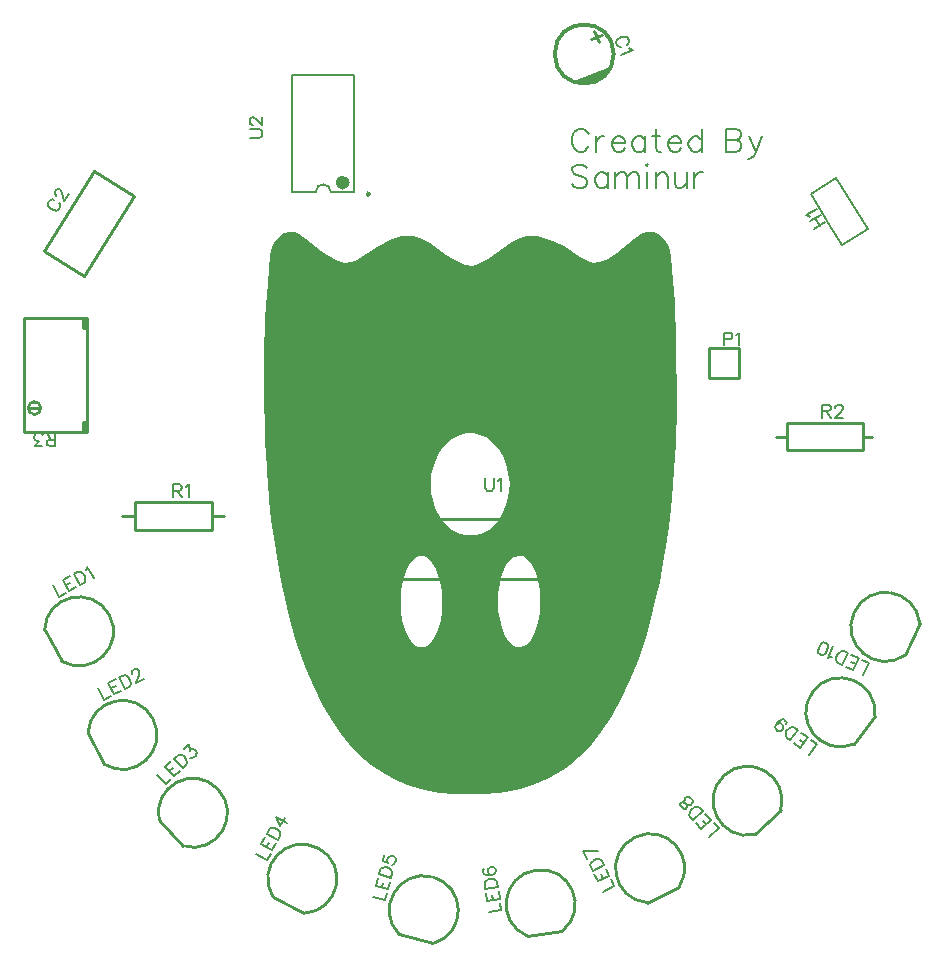
<source format=gto>
G04 Layer: TopSilkscreenLayer*
G04 EasyEDA v6.5.51, 2025-11-11 21:27:02*
G04 2e57b4fab426491ebcaac77955a750c1,69688592e0df400aafdf5843d4e091a6,10*
G04 Gerber Generator version 0.2*
G04 Scale: 100 percent, Rotated: No, Reflected: No *
G04 Dimensions in millimeters *
G04 leading zeros omitted , absolute positions ,4 integer and 5 decimal *
%FSLAX45Y45*%
%MOMM*%

%ADD10C,0.2032*%
%ADD11C,0.1524*%
%ADD12C,0.2540*%
%ADD13C,0.2030*%
%ADD14C,0.2286*%
%ADD15C,0.2000*%
%ADD16C,0.2500*%
%ADD17C,0.6000*%
%ADD18C,0.0134*%
%ADD19C,0.3000*%

%LPD*%
G36*
X2959557Y6521602D02*
G01*
X2904032Y6507378D01*
X2869031Y6485280D01*
X2832709Y6443980D01*
X2804617Y6391351D01*
X2785770Y6323279D01*
X2767380Y6091783D01*
X2749956Y5787644D01*
X2739796Y5465318D01*
X2733598Y5211114D01*
X2748838Y4752594D01*
X2758948Y4530191D01*
X2772410Y4348581D01*
X2775972Y4312259D01*
X4154474Y4312259D01*
X4154982Y4462068D01*
X4175201Y4543806D01*
X4192981Y4591507D01*
X4221581Y4648200D01*
X4255820Y4698695D01*
X4328058Y4766614D01*
X4395114Y4800193D01*
X4449216Y4813909D01*
X4513122Y4813757D01*
X4567580Y4800854D01*
X4612995Y4780940D01*
X4667453Y4742383D01*
X4714595Y4692446D01*
X4757572Y4626000D01*
X4786630Y4557166D01*
X4806238Y4480255D01*
X4816348Y4382719D01*
X4805934Y4279900D01*
X4787087Y4207865D01*
X4761026Y4145686D01*
X4722876Y4080764D01*
X4640224Y3998874D01*
X4575556Y3965092D01*
X4526737Y3951986D01*
X4444644Y3951376D01*
X4392828Y3964889D01*
X4330141Y3996486D01*
X4276750Y4040886D01*
X4225391Y4107992D01*
X4189171Y4180636D01*
X4167124Y4248708D01*
X4154474Y4312259D01*
X2775972Y4312259D01*
X2781706Y4253280D01*
X2799842Y4085285D01*
X2827172Y3881018D01*
X2854147Y3713073D01*
X2881934Y3563264D01*
X2922574Y3377133D01*
X2940710Y3304489D01*
X3895851Y3304489D01*
X3896258Y3477006D01*
X3912412Y3567785D01*
X3944365Y3664915D01*
X3977436Y3721201D01*
X4014927Y3759911D01*
X4045559Y3776167D01*
X4095496Y3776167D01*
X4126128Y3759911D01*
X4163568Y3721201D01*
X4196689Y3664915D01*
X4228642Y3567785D01*
X4244797Y3477006D01*
X4244840Y3458819D01*
X4722164Y3458819D01*
X4733696Y3538931D01*
X4756404Y3626815D01*
X4798060Y3712819D01*
X4853584Y3768140D01*
X4895799Y3779824D01*
X4926228Y3773474D01*
X4964988Y3751173D01*
X5002580Y3703980D01*
X5036566Y3631336D01*
X5055108Y3567785D01*
X5071313Y3486099D01*
X5071160Y3295396D01*
X5055158Y3210509D01*
X5031994Y3136544D01*
X4995418Y3065830D01*
X4955743Y3021736D01*
X4917135Y3002635D01*
X4882794Y3002635D01*
X4851349Y3015792D01*
X4819497Y3040024D01*
X4779060Y3100882D01*
X4752136Y3168294D01*
X4733950Y3240938D01*
X4722672Y3313582D01*
X4722164Y3458819D01*
X4244840Y3458819D01*
X4245203Y3304489D01*
X4233265Y3236417D01*
X4211370Y3152140D01*
X4179265Y3082645D01*
X4143197Y3034893D01*
X4104538Y3008274D01*
X4086402Y3003143D01*
X4039108Y3006445D01*
X3997807Y3034893D01*
X3961790Y3082645D01*
X3929634Y3152140D01*
X3907790Y3236417D01*
X3895851Y3304489D01*
X2940710Y3304489D01*
X2958795Y3231845D01*
X2995218Y3104743D01*
X3035706Y2976270D01*
X3094177Y2816352D01*
X3158744Y2664409D01*
X3237280Y2506167D01*
X3319221Y2369007D01*
X3389274Y2269337D01*
X3457244Y2184247D01*
X3541674Y2092960D01*
X3641547Y2007362D01*
X3761994Y1927402D01*
X3868521Y1873300D01*
X3976268Y1830882D01*
X4100017Y1795627D01*
X4220413Y1772412D01*
X4362500Y1758797D01*
X4594860Y1760118D01*
X4724146Y1767179D01*
X4826355Y1786585D01*
X4935321Y1813966D01*
X5035194Y1846173D01*
X5130495Y1886762D01*
X5207660Y1928368D01*
X5266690Y1964994D01*
X5330240Y2010308D01*
X5407406Y2075484D01*
X5512460Y2183231D01*
X5591911Y2283104D01*
X5685434Y2423820D01*
X5763971Y2565146D01*
X5840018Y2727960D01*
X5908395Y2900476D01*
X5967831Y3078937D01*
X6017818Y3255264D01*
X6059322Y3427069D01*
X6086602Y3554171D01*
X6117590Y3717594D01*
X6140246Y3858310D01*
X6162852Y4021734D01*
X6181191Y4176115D01*
X6199225Y4375810D01*
X6208522Y4502962D01*
X6222034Y4734458D01*
X6232601Y5034076D01*
X6227165Y5596991D01*
X6213246Y5928360D01*
X6195009Y6209792D01*
X6185204Y6313576D01*
X6163157Y6389573D01*
X6131712Y6455816D01*
X6089954Y6494322D01*
X6038494Y6517894D01*
X5970320Y6517792D01*
X5927902Y6498894D01*
X5873902Y6462217D01*
X5729732Y6342989D01*
X5647994Y6294221D01*
X5575858Y6265519D01*
X5523687Y6260795D01*
X5480100Y6271768D01*
X5411978Y6306159D01*
X5273192Y6397498D01*
X5184952Y6442506D01*
X5107787Y6469989D01*
X5057851Y6482080D01*
X4953457Y6482130D01*
X4903520Y6465163D01*
X4839970Y6433718D01*
X4634484Y6289446D01*
X4567580Y6253581D01*
X4508601Y6233820D01*
X4440428Y6237681D01*
X4353458Y6278880D01*
X4281627Y6327292D01*
X4142790Y6425996D01*
X4077309Y6461048D01*
X4009237Y6482029D01*
X3900271Y6481419D01*
X3818585Y6457035D01*
X3691483Y6393942D01*
X3523640Y6284569D01*
X3474161Y6266078D01*
X3419094Y6260896D01*
X3360115Y6276035D01*
X3274567Y6321704D01*
X3223361Y6356502D01*
X3096768Y6463334D01*
X3037789Y6501130D01*
X3001111Y6515404D01*
G37*
D10*
X5485129Y7346950D02*
G01*
X5475986Y7365492D01*
X5457443Y7384034D01*
X5439156Y7393178D01*
X5402072Y7393178D01*
X5383529Y7384034D01*
X5365241Y7365492D01*
X5355843Y7346950D01*
X5346700Y7319263D01*
X5346700Y7273289D01*
X5355843Y7245350D01*
X5365241Y7227062D01*
X5383529Y7208520D01*
X5402072Y7199376D01*
X5439156Y7199376D01*
X5457443Y7208520D01*
X5475986Y7227062D01*
X5485129Y7245350D01*
X5546090Y7328662D02*
G01*
X5546090Y7199376D01*
X5546090Y7273289D02*
G01*
X5555488Y7300976D01*
X5574029Y7319263D01*
X5592318Y7328662D01*
X5620004Y7328662D01*
X5680963Y7273289D02*
G01*
X5791961Y7273289D01*
X5791961Y7291578D01*
X5782563Y7310120D01*
X5773420Y7319263D01*
X5754877Y7328662D01*
X5727191Y7328662D01*
X5708650Y7319263D01*
X5690361Y7300976D01*
X5680963Y7273289D01*
X5680963Y7254747D01*
X5690361Y7227062D01*
X5708650Y7208520D01*
X5727191Y7199376D01*
X5754877Y7199376D01*
X5773420Y7208520D01*
X5791961Y7227062D01*
X5963665Y7328662D02*
G01*
X5963665Y7199376D01*
X5963665Y7300976D02*
G01*
X5945124Y7319263D01*
X5926836Y7328662D01*
X5899150Y7328662D01*
X5880608Y7319263D01*
X5862065Y7300976D01*
X5852922Y7273289D01*
X5852922Y7254747D01*
X5862065Y7227062D01*
X5880608Y7208520D01*
X5899150Y7199376D01*
X5926836Y7199376D01*
X5945124Y7208520D01*
X5963665Y7227062D01*
X6052311Y7393178D02*
G01*
X6052311Y7236205D01*
X6061709Y7208520D01*
X6079997Y7199376D01*
X6098540Y7199376D01*
X6024625Y7328662D02*
G01*
X6089395Y7328662D01*
X6159500Y7273289D02*
G01*
X6270243Y7273289D01*
X6270243Y7291578D01*
X6261100Y7310120D01*
X6251956Y7319263D01*
X6233413Y7328662D01*
X6205727Y7328662D01*
X6187186Y7319263D01*
X6168643Y7300976D01*
X6159500Y7273289D01*
X6159500Y7254747D01*
X6168643Y7227062D01*
X6187186Y7208520D01*
X6205727Y7199376D01*
X6233413Y7199376D01*
X6251956Y7208520D01*
X6270243Y7227062D01*
X6442202Y7393178D02*
G01*
X6442202Y7199376D01*
X6442202Y7300976D02*
G01*
X6423659Y7319263D01*
X6405118Y7328662D01*
X6377431Y7328662D01*
X6358890Y7319263D01*
X6340602Y7300976D01*
X6331204Y7273289D01*
X6331204Y7254747D01*
X6340602Y7227062D01*
X6358890Y7208520D01*
X6377431Y7199376D01*
X6405118Y7199376D01*
X6423659Y7208520D01*
X6442202Y7227062D01*
X6645402Y7393178D02*
G01*
X6645402Y7199376D01*
X6645402Y7393178D02*
G01*
X6728459Y7393178D01*
X6756145Y7384034D01*
X6765290Y7374889D01*
X6774688Y7356347D01*
X6774688Y7337805D01*
X6765290Y7319263D01*
X6756145Y7310120D01*
X6728459Y7300976D01*
X6645402Y7300976D02*
G01*
X6728459Y7300976D01*
X6756145Y7291578D01*
X6765290Y7282434D01*
X6774688Y7263892D01*
X6774688Y7236205D01*
X6765290Y7217663D01*
X6756145Y7208520D01*
X6728459Y7199376D01*
X6645402Y7199376D01*
X6844791Y7328662D02*
G01*
X6900163Y7199376D01*
X6955790Y7328662D02*
G01*
X6900163Y7199376D01*
X6881875Y7162292D01*
X6863334Y7143750D01*
X6844791Y7134605D01*
X6835647Y7134605D01*
X5475986Y7060692D02*
G01*
X5457443Y7079234D01*
X5429758Y7088378D01*
X5392927Y7088378D01*
X5365241Y7079234D01*
X5346700Y7060692D01*
X5346700Y7042150D01*
X5355843Y7023862D01*
X5365241Y7014463D01*
X5383529Y7005320D01*
X5439156Y6986778D01*
X5457443Y6977634D01*
X5466841Y6968489D01*
X5475986Y6949947D01*
X5475986Y6922262D01*
X5457443Y6903720D01*
X5429758Y6894576D01*
X5392927Y6894576D01*
X5365241Y6903720D01*
X5346700Y6922262D01*
X5647690Y7023862D02*
G01*
X5647690Y6894576D01*
X5647690Y6996176D02*
G01*
X5629402Y7014463D01*
X5610859Y7023862D01*
X5583174Y7023862D01*
X5564631Y7014463D01*
X5546090Y6996176D01*
X5536945Y6968489D01*
X5536945Y6949947D01*
X5546090Y6922262D01*
X5564631Y6903720D01*
X5583174Y6894576D01*
X5610859Y6894576D01*
X5629402Y6903720D01*
X5647690Y6922262D01*
X5708650Y7023862D02*
G01*
X5708650Y6894576D01*
X5708650Y6986778D02*
G01*
X5736590Y7014463D01*
X5754877Y7023862D01*
X5782563Y7023862D01*
X5801106Y7014463D01*
X5810250Y6986778D01*
X5810250Y6894576D01*
X5810250Y6986778D02*
G01*
X5838190Y7014463D01*
X5856477Y7023862D01*
X5884163Y7023862D01*
X5902706Y7014463D01*
X5911850Y6986778D01*
X5911850Y6894576D01*
X5972809Y7088378D02*
G01*
X5982208Y7079234D01*
X5991352Y7088378D01*
X5982208Y7097776D01*
X5972809Y7088378D01*
X5982208Y7023862D02*
G01*
X5982208Y6894576D01*
X6052311Y7023862D02*
G01*
X6052311Y6894576D01*
X6052311Y6986778D02*
G01*
X6079997Y7014463D01*
X6098540Y7023862D01*
X6126225Y7023862D01*
X6144768Y7014463D01*
X6153911Y6986778D01*
X6153911Y6894576D01*
X6214872Y7023862D02*
G01*
X6214872Y6931405D01*
X6224270Y6903720D01*
X6242558Y6894576D01*
X6270243Y6894576D01*
X6288786Y6903720D01*
X6316472Y6931405D01*
X6316472Y7023862D02*
G01*
X6316472Y6894576D01*
X6377431Y7023862D02*
G01*
X6377431Y6894576D01*
X6377431Y6968489D02*
G01*
X6386829Y6996176D01*
X6405118Y7014463D01*
X6423659Y7023862D01*
X6451345Y7023862D01*
D11*
X5812602Y8106496D02*
G01*
X5820412Y8115206D01*
X5826401Y8128660D01*
X5827504Y8139965D01*
X5820039Y8159412D01*
X5811565Y8167314D01*
X5798111Y8173303D01*
X5786475Y8174550D01*
X5769955Y8173651D01*
X5745767Y8164365D01*
X5733122Y8154070D01*
X5725312Y8145358D01*
X5719320Y8131903D01*
X5718312Y8120362D01*
X5725774Y8100915D01*
X5734159Y8093252D01*
X5747613Y8087263D01*
X5759246Y8086013D01*
X5829632Y8076303D02*
G01*
X5838344Y8068492D01*
X5858360Y8059580D01*
X5756633Y8020530D01*
X956101Y6793704D02*
G01*
X944443Y6794703D01*
X930089Y6791388D01*
X920402Y6785465D01*
X909363Y6767799D01*
X908154Y6756275D01*
X911466Y6741927D01*
X917468Y6731883D01*
X928131Y6719232D01*
X950104Y6705500D01*
X965939Y6701596D01*
X977595Y6700606D01*
X991946Y6703915D01*
X1001770Y6710057D01*
X1012812Y6727720D01*
X1013884Y6739026D01*
X1010569Y6753377D01*
X1004564Y6763423D01*
X976962Y6827093D02*
G01*
X972654Y6829783D01*
X966650Y6839828D01*
X964816Y6846963D01*
X966028Y6858485D01*
X977069Y6876148D01*
X986891Y6882287D01*
X994107Y6883768D01*
X1005766Y6882772D01*
X1014597Y6877258D01*
X1020602Y6867215D01*
X1028222Y6850169D01*
X1044707Y6778769D01*
X1083200Y6840377D01*
X7397765Y6546992D02*
G01*
X7490172Y6604734D01*
X7359268Y6608597D02*
G01*
X7451676Y6666341D01*
X7441707Y6574449D02*
G01*
X7403211Y6636054D01*
X7358761Y6648714D02*
G01*
X7348717Y6654718D01*
X7327234Y6659864D01*
X7419642Y6717606D01*
X952408Y3526558D02*
G01*
X1005235Y3431252D01*
X1005235Y3431252D02*
G01*
X1059662Y3461423D01*
X1036828Y3573350D02*
G01*
X1089654Y3478047D01*
X1036828Y3573350D02*
G01*
X1095921Y3606106D01*
X1061948Y3528029D02*
G01*
X1098382Y3548227D01*
X1089654Y3478047D02*
G01*
X1148748Y3510803D01*
X1125913Y3622730D02*
G01*
X1178740Y3527427D01*
X1125913Y3622730D02*
G01*
X1157902Y3640462D01*
X1173914Y3643530D01*
X1188072Y3639472D01*
X1197564Y3632827D01*
X1209862Y3621638D01*
X1222425Y3598979D01*
X1225270Y3582842D01*
X1225877Y3571270D01*
X1221818Y3557112D01*
X1210731Y3545159D01*
X1178740Y3527427D01*
X1229758Y3656479D02*
G01*
X1236281Y3666192D01*
X1242319Y3687257D01*
X1295145Y3591953D01*
X1334439Y2657558D02*
G01*
X1383908Y2560467D01*
X1383908Y2560467D02*
G01*
X1439357Y2588719D01*
X1420439Y2701376D02*
G01*
X1469910Y2604287D01*
X1420439Y2701376D02*
G01*
X1480639Y2732049D01*
X1443964Y2655209D02*
G01*
X1481079Y2674119D01*
X1469910Y2604287D02*
G01*
X1530108Y2634960D01*
X1511193Y2747617D02*
G01*
X1560662Y2650528D01*
X1511193Y2747617D02*
G01*
X1543781Y2764223D01*
X1559892Y2766730D01*
X1573900Y2762178D01*
X1583154Y2755206D01*
X1595056Y2743596D01*
X1606819Y2720512D01*
X1609100Y2704284D01*
X1609300Y2692699D01*
X1604751Y2678694D01*
X1593250Y2667132D01*
X1560662Y2650528D01*
X1622986Y2775501D02*
G01*
X1620680Y2780027D01*
X1620705Y2791729D01*
X1622808Y2798787D01*
X1629780Y2808041D01*
X1648340Y2817497D01*
X1659925Y2817698D01*
X1666872Y2815252D01*
X1676354Y2808394D01*
X1681081Y2799115D01*
X1681055Y2787416D01*
X1678810Y2768881D01*
X1656166Y2699189D01*
X1720893Y2732171D01*
X1829757Y1926028D02*
G01*
X1904072Y1846336D01*
X1904072Y1846336D02*
G01*
X1949584Y1888777D01*
X1900349Y1991855D02*
G01*
X1974664Y1912162D01*
X1900349Y1991855D02*
G01*
X1949762Y2037935D01*
X1935688Y1953961D02*
G01*
X1966153Y1982370D01*
X1974664Y1912162D02*
G01*
X2024077Y1958240D01*
X1974839Y2061321D02*
G01*
X2049155Y1981626D01*
X1974839Y2061321D02*
G01*
X2001591Y2086264D01*
X2016386Y2093117D01*
X2031105Y2092601D01*
X2041923Y2088451D01*
X2056564Y2080572D01*
X2074232Y2061624D01*
X2080900Y2046653D01*
X2084285Y2035573D01*
X2083772Y2020854D01*
X2075903Y2006572D01*
X2049155Y1981626D01*
X2060849Y2141524D02*
G01*
X2102645Y2180501D01*
X2108205Y2128728D01*
X2119538Y2139294D01*
X2130618Y2142683D01*
X2137984Y2142604D01*
X2152439Y2134552D01*
X2159541Y2126935D01*
X2166393Y2112139D01*
X2165880Y2097420D01*
X2157826Y2082965D01*
X2146495Y2072398D01*
X2131700Y2065548D01*
X2124334Y2065624D01*
X2113516Y2069777D01*
X2667332Y1250556D02*
G01*
X2763542Y1199400D01*
X2763542Y1199400D02*
G01*
X2792757Y1254345D01*
X2712646Y1335778D02*
G01*
X2808856Y1284622D01*
X2712646Y1335778D02*
G01*
X2744365Y1395435D01*
X2758396Y1311452D02*
G01*
X2777952Y1348231D01*
X2808856Y1284622D02*
G01*
X2840575Y1344277D01*
X2760464Y1425712D02*
G01*
X2856674Y1374554D01*
X2760464Y1425712D02*
G01*
X2777634Y1458005D01*
X2789394Y1469301D01*
X2803479Y1473606D01*
X2815059Y1473202D01*
X2831467Y1470520D01*
X2854342Y1458356D01*
X2865518Y1446372D01*
X2872328Y1436997D01*
X2876633Y1422915D01*
X2873847Y1406850D01*
X2856674Y1374554D01*
X2835112Y1566103D02*
G01*
X2874926Y1486247D01*
X2911533Y1555099D01*
X2835112Y1566103D02*
G01*
X2931322Y1514947D01*
X3659065Y890008D02*
G01*
X3764318Y861806D01*
X3764318Y861806D02*
G01*
X3780424Y921915D01*
X3684046Y983239D02*
G01*
X3789299Y955037D01*
X3684046Y983239D02*
G01*
X3701531Y1048501D01*
X3734097Y969827D02*
G01*
X3744876Y1010064D01*
X3789299Y955037D02*
G01*
X3806786Y1020297D01*
X3710406Y1081623D02*
G01*
X3815661Y1053419D01*
X3710406Y1081623D02*
G01*
X3719873Y1116952D01*
X3728791Y1130604D01*
X3741544Y1137968D01*
X3752918Y1140178D01*
X3769512Y1141255D01*
X3794536Y1134549D01*
X3808122Y1125387D01*
X3816865Y1117785D01*
X3824231Y1105029D01*
X3825128Y1088750D01*
X3815661Y1053419D01*
X3754257Y1245268D02*
G01*
X3740845Y1195217D01*
X3784607Y1177968D01*
X3781082Y1184435D01*
X3779939Y1200782D01*
X3783949Y1215748D01*
X3793177Y1229578D01*
X3805687Y1237007D01*
X3822212Y1237841D01*
X3832273Y1235143D01*
X3845923Y1226228D01*
X3853286Y1213472D01*
X3854119Y1196947D01*
X3850109Y1181981D01*
X3841191Y1168328D01*
X3834904Y1164493D01*
X3823530Y1162281D01*
X4638819Y763496D02*
G01*
X4746724Y778662D01*
X4746724Y778662D02*
G01*
X4738065Y840285D01*
X4625385Y859076D02*
G01*
X4733292Y874242D01*
X4625385Y859076D02*
G01*
X4615982Y925982D01*
X4676698Y866287D02*
G01*
X4670899Y907539D01*
X4733292Y874242D02*
G01*
X4723889Y941148D01*
X4611212Y959939D02*
G01*
X4719116Y975105D01*
X4611212Y959939D02*
G01*
X4606119Y996160D01*
X4608995Y1012210D01*
X4617859Y1023973D01*
X4627463Y1030452D01*
X4642317Y1037925D01*
X4667971Y1041532D01*
X4684057Y1038405D01*
X4695078Y1034823D01*
X4706838Y1025961D01*
X4714026Y1011323D01*
X4719116Y975105D01*
X4602975Y1129865D02*
G01*
X4593371Y1123386D01*
X4590531Y1107084D01*
X4591982Y1096771D01*
X4599167Y1082133D01*
X4616211Y1074013D01*
X4642573Y1072588D01*
X4668230Y1076195D01*
X4688149Y1084122D01*
X4697011Y1095885D01*
X4699886Y1111935D01*
X4699144Y1117219D01*
X4691956Y1131854D01*
X4680196Y1140716D01*
X4664110Y1143843D01*
X4658827Y1143101D01*
X4644227Y1135661D01*
X4635362Y1123901D01*
X4632490Y1107851D01*
X4633231Y1102568D01*
X4640417Y1087932D01*
X4652180Y1079068D01*
X4668230Y1076195D01*
X5606674Y934999D02*
G01*
X5704611Y982766D01*
X5704611Y982766D02*
G01*
X5677331Y1038697D01*
X5564360Y1021750D02*
G01*
X5662300Y1069517D01*
X5564360Y1021750D02*
G01*
X5534743Y1082476D01*
X5610933Y1044465D02*
G01*
X5592673Y1081905D01*
X5662300Y1069517D02*
G01*
X5632681Y1130244D01*
X5519712Y1113297D02*
G01*
X5617649Y1161064D01*
X5519712Y1113297D02*
G01*
X5503677Y1146169D01*
X5501452Y1162324D01*
X5506245Y1176248D01*
X5513379Y1185379D01*
X5525195Y1197076D01*
X5548480Y1208435D01*
X5564746Y1210431D01*
X5576331Y1210431D01*
X5590258Y1205636D01*
X5601614Y1193937D01*
X5617649Y1161064D01*
X5440878Y1274927D02*
G01*
X5561530Y1276123D01*
X5472722Y1209636D02*
G01*
X5440878Y1274927D01*
X6506771Y1397957D02*
G01*
X6586463Y1472272D01*
X6586463Y1472272D02*
G01*
X6544022Y1517784D01*
X6440944Y1468549D02*
G01*
X6520637Y1542864D01*
X6440944Y1468549D02*
G01*
X6394864Y1517962D01*
X6478838Y1503888D02*
G01*
X6450429Y1534353D01*
X6520637Y1542864D02*
G01*
X6474559Y1592277D01*
X6371478Y1543039D02*
G01*
X6451173Y1617355D01*
X6371478Y1543039D02*
G01*
X6346535Y1569791D01*
X6339682Y1584586D01*
X6340198Y1599305D01*
X6344348Y1610123D01*
X6352227Y1624764D01*
X6371175Y1642432D01*
X6386146Y1649100D01*
X6397226Y1652485D01*
X6411945Y1651972D01*
X6426227Y1644103D01*
X6451173Y1617355D01*
X6280708Y1640380D02*
G01*
X6294991Y1632513D01*
X6306243Y1635714D01*
X6313860Y1642816D01*
X6317838Y1653819D01*
X6314638Y1665074D01*
X6304320Y1683585D01*
X6297297Y1698569D01*
X6297810Y1713285D01*
X6301963Y1724103D01*
X6313479Y1734845D01*
X6324561Y1738231D01*
X6331915Y1737794D01*
X6346195Y1729927D01*
X6360401Y1714695D01*
X6367251Y1699900D01*
X6367175Y1692534D01*
X6363022Y1681716D01*
X6351506Y1670974D01*
X6340424Y1667588D01*
X6325707Y1668101D01*
X6311425Y1675970D01*
X6293505Y1687738D01*
X6282502Y1691716D01*
X6271247Y1688515D01*
X6263629Y1681413D01*
X6259652Y1670410D01*
X6266502Y1655612D01*
X6280708Y1640380D01*
X7351882Y2095294D02*
G01*
X7417460Y2182319D01*
X7417460Y2182319D02*
G01*
X7367760Y2219769D01*
X7274796Y2153381D02*
G01*
X7340373Y2240406D01*
X7274796Y2153381D02*
G01*
X7220838Y2194044D01*
X7305982Y2194763D02*
G01*
X7272713Y2219832D01*
X7340373Y2240406D02*
G01*
X7286416Y2281067D01*
X7193452Y2214679D02*
G01*
X7259030Y2301704D01*
X7193452Y2214679D02*
G01*
X7164242Y2236690D01*
X7154925Y2250074D01*
X7152876Y2264656D01*
X7155086Y2276030D01*
X7160303Y2291819D01*
X7175896Y2312509D01*
X7189480Y2321674D01*
X7199805Y2326934D01*
X7214387Y2328981D01*
X7229820Y2323716D01*
X7259030Y2301704D01*
X7075749Y2348854D02*
G01*
X7089333Y2358019D01*
X7103917Y2360068D01*
X7119503Y2355004D01*
X7123762Y2351796D01*
X7132927Y2338209D01*
X7134976Y2323625D01*
X7129708Y2308194D01*
X7126650Y2304138D01*
X7113117Y2294618D01*
X7098532Y2292568D01*
X7083099Y2297836D01*
X7078840Y2301046D01*
X7069523Y2314427D01*
X7067473Y2329012D01*
X7075749Y2348854D01*
X7091342Y2369548D01*
X7111344Y2387231D01*
X7128987Y2393337D01*
X7144418Y2388069D01*
X7152736Y2381803D01*
X7162053Y2368420D01*
X7160044Y2356893D01*
X7812717Y2771226D02*
G01*
X7858767Y2869981D01*
X7858767Y2869981D02*
G01*
X7802369Y2896280D01*
X7725239Y2812016D02*
G01*
X7771290Y2910773D01*
X7725239Y2812016D02*
G01*
X7664005Y2840570D01*
X7747137Y2858978D02*
G01*
X7709385Y2876583D01*
X7771290Y2910773D02*
G01*
X7710058Y2939326D01*
X7632928Y2855061D02*
G01*
X7678978Y2953819D01*
X7632928Y2855061D02*
G01*
X7599779Y2870520D01*
X7587884Y2881670D01*
X7582847Y2895511D01*
X7582644Y2907096D01*
X7584465Y2923623D01*
X7595415Y2947103D01*
X7606797Y2958891D01*
X7615801Y2966184D01*
X7629641Y2971220D01*
X7645831Y2969275D01*
X7678978Y2953819D01*
X7544584Y2919237D02*
G01*
X7532893Y2918805D01*
X7512304Y2911309D01*
X7558354Y3010067D01*
X7452911Y2939006D02*
G01*
X7469329Y2936953D01*
X7485423Y2946826D01*
X7500978Y2968160D01*
X7507526Y2982201D01*
X7513977Y3008058D01*
X7511087Y3026503D01*
X7498961Y3037761D01*
X7489522Y3042163D01*
X7473335Y3044108D01*
X7457348Y3034466D01*
X7441686Y3012902D01*
X7435138Y2998861D01*
X7428793Y2973232D01*
X7431577Y2954558D01*
X7443472Y2943407D01*
X7452911Y2939006D01*
X6629400Y5667755D02*
G01*
X6629400Y5558789D01*
X6629400Y5667755D02*
G01*
X6676136Y5667755D01*
X6691629Y5662676D01*
X6696963Y5657342D01*
X6702043Y5646928D01*
X6702043Y5631434D01*
X6696963Y5621020D01*
X6691629Y5615939D01*
X6676136Y5610605D01*
X6629400Y5610605D01*
X6736334Y5646928D02*
G01*
X6746747Y5652262D01*
X6762495Y5667755D01*
X6762495Y5558789D01*
X1968500Y4382515D02*
G01*
X1968500Y4273550D01*
X1968500Y4382515D02*
G01*
X2015236Y4382515D01*
X2030729Y4377436D01*
X2036063Y4372102D01*
X2041143Y4361687D01*
X2041143Y4351273D01*
X2036063Y4340860D01*
X2030729Y4335779D01*
X2015236Y4330700D01*
X1968500Y4330700D01*
X2004822Y4330700D02*
G01*
X2041143Y4273550D01*
X2075434Y4361687D02*
G01*
X2085847Y4367021D01*
X2101595Y4382515D01*
X2101595Y4273550D01*
X7463294Y5055615D02*
G01*
X7463294Y4946650D01*
X7463294Y5055615D02*
G01*
X7510030Y5055615D01*
X7525524Y5050536D01*
X7530858Y5045202D01*
X7535938Y5034787D01*
X7535938Y5024373D01*
X7530858Y5013960D01*
X7525524Y5008879D01*
X7510030Y5003800D01*
X7463294Y5003800D01*
X7499616Y5003800D02*
G01*
X7535938Y4946650D01*
X7575562Y5029707D02*
G01*
X7575562Y5034787D01*
X7580642Y5045202D01*
X7585976Y5050536D01*
X7596390Y5055615D01*
X7616964Y5055615D01*
X7627378Y5050536D01*
X7632712Y5045202D01*
X7637792Y5034787D01*
X7637792Y5024373D01*
X7632712Y5013960D01*
X7622298Y4998465D01*
X7570228Y4946650D01*
X7643126Y4946650D01*
X971900Y4709668D02*
G01*
X971900Y4818634D01*
X971900Y4709668D02*
G01*
X925164Y4709668D01*
X909670Y4714747D01*
X904336Y4720081D01*
X899256Y4730495D01*
X899256Y4740910D01*
X904336Y4751323D01*
X909670Y4756404D01*
X925164Y4761484D01*
X971900Y4761484D01*
X935578Y4761484D02*
G01*
X899256Y4818634D01*
X854552Y4709668D02*
G01*
X797402Y4709668D01*
X828390Y4751323D01*
X812896Y4751323D01*
X802482Y4756404D01*
X797402Y4761484D01*
X792068Y4777231D01*
X792068Y4787645D01*
X797402Y4803139D01*
X807816Y4813554D01*
X823310Y4818634D01*
X838804Y4818634D01*
X854552Y4813554D01*
X859632Y4808473D01*
X864966Y4798060D01*
X4610100Y4433315D02*
G01*
X4610100Y4355337D01*
X4615179Y4339844D01*
X4625593Y4329429D01*
X4641341Y4324350D01*
X4651756Y4324350D01*
X4667250Y4329429D01*
X4677663Y4339844D01*
X4682743Y4355337D01*
X4682743Y4433315D01*
X4717034Y4412487D02*
G01*
X4727447Y4417821D01*
X4743195Y4433315D01*
X4743195Y4324350D01*
X2615184Y7315200D02*
G01*
X2693161Y7315200D01*
X2708656Y7320279D01*
X2719070Y7330694D01*
X2724150Y7346442D01*
X2724150Y7356855D01*
X2719070Y7372350D01*
X2708656Y7382763D01*
X2693161Y7387844D01*
X2615184Y7387844D01*
X2641091Y7427468D02*
G01*
X2636011Y7427468D01*
X2625597Y7432547D01*
X2620263Y7437881D01*
X2615184Y7448295D01*
X2615184Y7468870D01*
X2620263Y7479284D01*
X2625597Y7484618D01*
X2636011Y7489697D01*
X2646425Y7489697D01*
X2656840Y7484618D01*
X2672334Y7474204D01*
X2724150Y7422134D01*
X2724150Y7495031D01*
G36*
X5666740Y7918094D02*
G01*
X5358434Y7799730D01*
X5370982Y7794294D01*
X5377383Y7791805D01*
X5390337Y7787487D01*
X5403545Y7783982D01*
X5416905Y7781239D01*
X5423662Y7780121D01*
X5437276Y7778597D01*
X5450890Y7777886D01*
X5464556Y7777988D01*
X5478221Y7778902D01*
X5491784Y7780629D01*
X5505196Y7783169D01*
X5518454Y7786522D01*
X5531459Y7790637D01*
X5544210Y7795564D01*
X5556656Y7801203D01*
X5568746Y7807604D01*
X5580430Y7814665D01*
X5591657Y7822488D01*
X5602427Y7830921D01*
X5612638Y7839964D01*
X5622290Y7849666D01*
X5631383Y7859877D01*
X5639816Y7870647D01*
X5647588Y7881874D01*
X5654700Y7893558D01*
X5661101Y7905648D01*
G37*
D12*
X5533991Y8221692D02*
G01*
X5570402Y8126841D01*
X5599178Y8191431D02*
G01*
X5504327Y8155020D01*
X875723Y6358069D02*
G01*
X1299659Y7036503D01*
X1299659Y7036503D02*
G01*
X1638876Y6824530D01*
X1638876Y6824530D02*
G01*
X1214940Y6146096D01*
X1214940Y6146096D02*
G01*
X875723Y6358069D01*
D10*
X7364999Y6841004D02*
G01*
X7580401Y6975604D01*
X7849600Y6544795D01*
X7634198Y6410195D01*
X7533248Y6571749D01*
D13*
X7364999Y6841004D02*
G01*
X7533248Y6571749D01*
D12*
X879055Y3146475D02*
G01*
X1023716Y2885506D01*
X1247868Y2280267D02*
G01*
X1383329Y2014407D01*
X1850534Y1539494D02*
G01*
X2054031Y1321269D01*
X2812821Y891844D02*
G01*
X3076277Y751761D01*
X3881518Y573217D02*
G01*
X4169732Y495988D01*
X4967368Y558807D02*
G01*
X5262846Y600334D01*
X5982393Y841855D02*
G01*
X6250576Y972657D01*
X6893306Y1418734D02*
G01*
X7111530Y1622231D01*
X7728938Y2182878D02*
G01*
X7908508Y2421176D01*
X8163323Y2935287D02*
G01*
X8289424Y3205713D01*
X6756400Y5537200D02*
G01*
X6756400Y5283200D01*
X6502400Y5283200D01*
X6502400Y5537200D01*
X6756400Y5537200D01*
X1536621Y4114800D02*
G01*
X1643499Y4114800D01*
X2293500Y4114396D02*
G01*
X2400378Y4114396D01*
X1643499Y3999798D02*
G01*
X1643499Y4229801D01*
X1643499Y4229801D02*
G01*
X2293500Y4229801D01*
X2293500Y4226798D02*
G01*
X2293500Y4002801D01*
X2293500Y3999798D02*
G01*
X1643499Y3999798D01*
X7150094Y4787900D02*
G01*
X7073894Y4787900D01*
X7810494Y4787900D02*
G01*
X7886694Y4787900D01*
X7162787Y4902200D02*
G01*
X7810487Y4902200D01*
X7810487Y4673600D01*
X7162787Y4673600D01*
X7162787Y4902200D01*
X832200Y5028184D02*
G01*
X794100Y5028184D01*
X756000Y5028184D01*
X794100Y5028184D01*
X1238600Y4826000D02*
G01*
X705200Y4826000D01*
X705200Y5791200D01*
X1238600Y5791200D01*
X1238600Y4826000D01*
X1223208Y4833594D02*
G01*
X1203218Y4833594D01*
X1203218Y4909794D01*
X1223208Y4909794D01*
X1223208Y4833594D01*
X1223208Y5707379D02*
G01*
X1203218Y5707379D01*
X1203218Y5783579D01*
X1223208Y5783579D01*
X1223208Y5707379D01*
D14*
X3594100Y3581400D02*
G01*
X5626100Y3581400D01*
X5626100Y4089400D01*
X3594100Y4089400D01*
X3594100Y3581400D01*
D15*
X3174499Y6859300D02*
G01*
X3175000Y6859270D01*
X2973577Y6859270D01*
X2973577Y7849362D01*
X3503422Y7849362D01*
X3503422Y6859270D01*
X3302000Y6859270D01*
X3302500Y6859300D01*
D12*
G75*
G01*
X878642Y3146806D02*
G02*
X879056Y3146476I-193J-666D01*
G75*
G01*
X1025248Y2884627D02*
G03*
X878627Y3146748I145379J253388D01*
G75*
G01*
X1247465Y2280613D02*
G02*
X1247869Y2280267I-214J-660D01*
G75*
G01*
X1384831Y2013476D02*
G03*
X1247447Y2280554I154134J248159D01*
G75*
G01*
X1850052Y1539712D02*
G02*
X1850535Y1539494I-23J-693D01*
G75*
G01*
X2055731Y1320790D02*
G03*
X1850052Y1539654I79760J281031D01*
G75*
G01*
X2812293Y891896D02*
G02*
X2812821Y891845I203J-663D01*
G75*
G01*
X3078041Y751860D02*
G03*
X2812313Y891837I-16080J291688D01*
G75*
G01*
X3880990Y573146D02*
G02*
X3881519Y573217I350J-599D01*
G75*
G01*
X4171429Y496481D02*
G03*
X3881023Y573098I-81281J280595D01*
G75*
G01*
X4966912Y558538D02*
G02*
X4967369Y558808I553J-417D01*
G75*
G01*
X5264216Y601449D02*
G03*
X4966960Y558503I-184458J226529D01*
G75*
G01*
X5982043Y841459D02*
G02*
X5982393Y841855I655J-227D01*
G75*
G01*
X6251534Y974141D02*
G03*
X5982099Y841441I-245430J158443D01*
G75*
G01*
X6893088Y1418252D02*
G02*
X6893306Y1418735I693J-23D01*
G75*
G01*
X7112010Y1623931D02*
G03*
X6893146Y1418252I-281031J79760D01*
G75*
G01*
X7728806Y2182363D02*
G02*
X7728938Y2182879I686J99D01*
G75*
G01*
X7908689Y2422934D02*
G03*
X7728864Y2182373I-290612J29747D01*
G75*
G01*
X8163301Y2934759D02*
G02*
X8163324Y2935288I652J237D01*
G75*
G01*
X8289237Y3207471D02*
G03*
X8163357Y2934780I-290447J-31324D01*
G75*
G01*
X740133Y5028184D02*
G03*
X740133Y5029200I53998J508D01*
D15*
G75*
G01*
X3302500Y6859300D02*
G03*
X3175500Y6859300I-63500J0D01*
D16*
G75*
G01*
X3619500Y6829806D02*
G03*
X3619246Y6829806I-127J12499D01*
D17*
G75*
G01*
X3403600Y6908292D02*
G03*
X3403092Y6908292I-254J29999D01*
D19*
G75*
G01
X5698312Y8026400D02*
G03X5698312Y8026400I-250012J0D01*
D12*
G75*
G01
X3746500Y3657600D02*
G03X3746500Y3657600I-25400J0D01*
M02*

</source>
